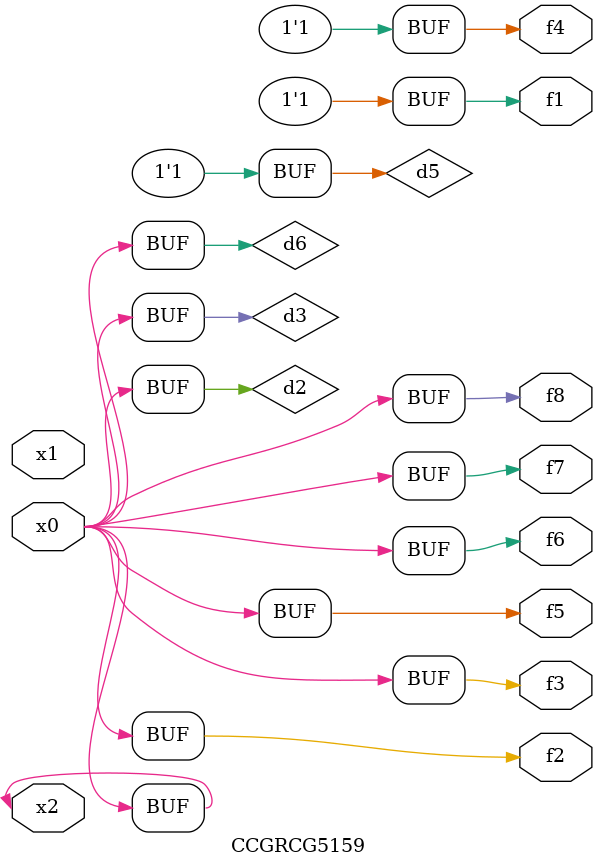
<source format=v>
module CCGRCG5159(
	input x0, x1, x2,
	output f1, f2, f3, f4, f5, f6, f7, f8
);

	wire d1, d2, d3, d4, d5, d6;

	xnor (d1, x2);
	buf (d2, x0, x2);
	and (d3, x0);
	xnor (d4, x1, x2);
	nand (d5, d1, d3);
	buf (d6, d2, d3);
	assign f1 = d5;
	assign f2 = d6;
	assign f3 = d6;
	assign f4 = d5;
	assign f5 = d6;
	assign f6 = d6;
	assign f7 = d6;
	assign f8 = d6;
endmodule

</source>
